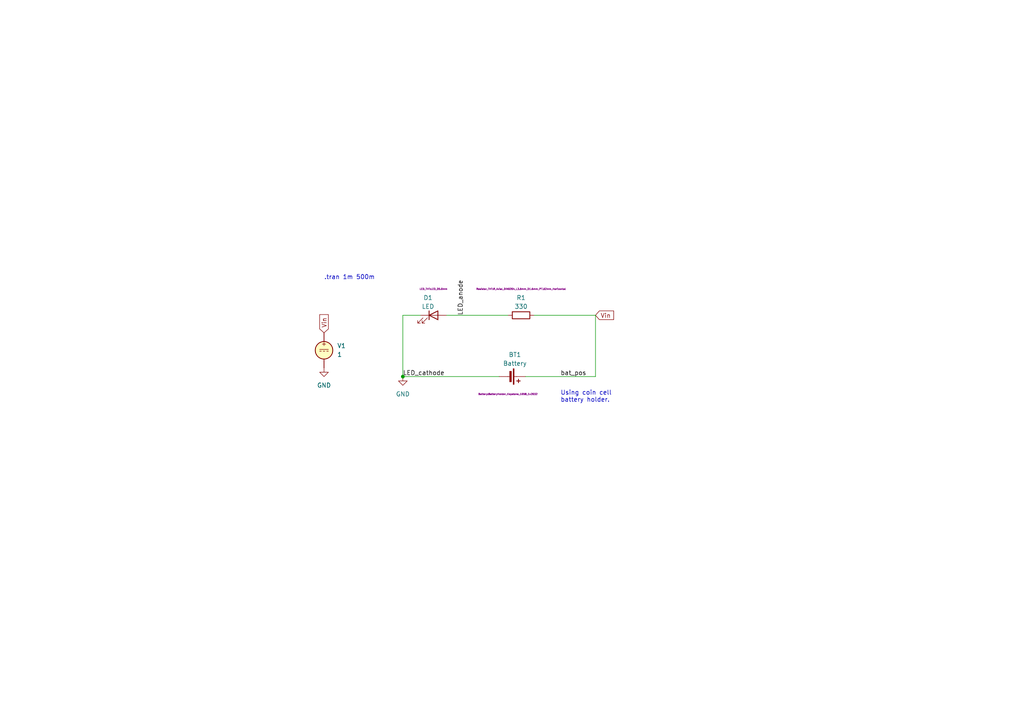
<source format=kicad_sch>
(kicad_sch (version 20230121) (generator eeschema)
  (paper "A4")
  (title_block (title "LED torch") (date "2023-05-09") (rev "0.1") (comment 1 "Project 1 of Kicad Like a Pro 3e") (comment 2 "Filippo Graziani"))
  (lib_symbols
    (symbol "Device:Battery_Cell" (pin_numbers hide) (pin_names (offset 0) hide)
      (property "Reference" "BT" (at 2.54 2.54 0))
      (property "Value" "Battery_Cell" (at 2.54 0 0))
      (symbol "Battery_Cell_0_1"
        (rectangle (start -2.286 1.778) (end 2.286 1.524) (fill (type outline)))
        (rectangle (start -1.524 1.016) (end 1.524 0.508) (fill (type outline)))
        (polyline (pts (xy 0 0.762) (xy 0 0)))
        (polyline (pts (xy 0 1.778) (xy 0 2.54)))
        (polyline (pts (xy 0.762 3.048) (xy 1.778 3.048)) (stroke (width 0.254)))
        (polyline (pts (xy 1.27 3.556) (xy 1.27 2.54)) (stroke (width 0.254)))
      )
      (symbol "Battery_Cell_1_1"
        (pin passive line (at 0 5.08 270) (length 2.54) (name "+") (number "1"))
        (pin passive line (at 0 -2.54 90) (length 2.54) (name "-") (number "2"))
      )
    )
    (symbol "Device:LED" (pin_numbers hide) (pin_names (offset 1.016) hide)
      (property "Reference" "D" (at 0 2.54 0))
      (property "Value" "LED" (at 0 -2.54 0))
      (symbol "LED_0_1"
        (polyline (pts (xy -1.27 -1.27) (xy -1.27 1.27)) (stroke (width 0.254)))
        (polyline (pts (xy -1.27 0) (xy 1.27 0)))
        (polyline (pts (xy 1.27 -1.27) (xy 1.27 1.27) (xy -1.27 0) (xy 1.27 -1.27)) (stroke (width 0.254)))
        (polyline (pts (xy -3.048 -0.762) (xy -4.572 -2.286) (xy -3.81 -2.286) (xy -4.572 -2.286) (xy -4.572 -1.524)))
        (polyline (pts (xy -1.778 -0.762) (xy -3.302 -2.286) (xy -2.54 -2.286) (xy -3.302 -2.286) (xy -3.302 -1.524)))
      )
      (symbol "LED_1_1"
        (pin passive line (at -3.81 0 0) (length 2.54) (name "K") (number "1"))
        (pin passive line (at 3.81 0 180) (length 2.54) (name "A") (number "2"))
      )
    )
    (symbol "Device:R" (pin_numbers hide) (pin_names (offset 0))
      (property "Reference" "R" (at 2.032 0 90))
      (property "Value" "R" (at 0 0 90))
      (symbol "R_0_1"
        (rectangle (start -1.016 -2.54) (end 1.016 2.54) (stroke (width 0.254)))
      )
      (symbol "R_1_1"
        (pin passive line (at 0 3.81 270) (length 1.27) (name "~") (number "1"))
        (pin passive line (at 0 -3.81 90) (length 1.27) (name "~") (number "2"))
      )
    )
    (symbol "Simulation_SPICE:VDC" (pin_numbers hide) (pin_names (offset 0.0254))
      (property "Reference" "V" (at 2.54 2.54 0))
      (property "Value" "1" (at 2.54 0 0))
      (symbol "VDC_0_0"
        (polyline (pts (xy -1.27 0.254) (xy 1.27 0.254)))
        (polyline (pts (xy -0.762 -0.254) (xy -1.27 -0.254)))
        (polyline (pts (xy 0.254 -0.254) (xy -0.254 -0.254)))
        (polyline (pts (xy 1.27 -0.254) (xy 0.762 -0.254)))
        (text "+" (at 0 1.905 0) (effects (font (size 1.27 1.27))))
      )
      (symbol "VDC_0_1"
        (circle (center 0 0) (radius 2.54) (stroke (width 0.254)) (fill (type background)))
      )
      (symbol "VDC_1_1"
        (pin passive line (at 0 5.08 270) (length 2.54) (name "~") (number "1"))
        (pin passive line (at 0 -5.08 90) (length 2.54) (name "~") (number "2"))
      )
    )
    (symbol "power:GND" (power) (pin_names (offset 0))
      (property "Value" "GND" (at 0 -3.81 0))
      (symbol "GND_0_1"
        (polyline (pts (xy 0 0) (xy 0 -1.27) (xy 1.27 -1.27) (xy 0 -2.54) (xy -1.27 -1.27) (xy 0 -1.27)))
      )
      (symbol "GND_1_1"
        (pin power_in line (at 0 0 270) (length 0) hide (name "GND") (number "1"))
      )
    )
  )
  (junction (at 116.84 109.22))
  (wire (pts (xy 129.54 91.44) (xy 147.32 91.44)))
  (wire (pts (xy 152.4 109.22) (xy 172.72 109.22)))
  (wire (pts (xy 172.72 91.44) (xy 172.72 109.22)))
  (wire (pts (xy 116.84 91.44) (xy 116.84 109.22)))
  (wire (pts (xy 116.84 91.44) (xy 121.92 91.44)))
  (wire (pts (xy 154.94 91.44) (xy 172.72 91.44)))
  (wire (pts (xy 144.78 109.22) (xy 116.84 109.22)))
  (text "Using coin cell\nbattery holder." (at 162.56 116.84 0) (effects (font (size 1.27 1.27)) (justify left bottom)))
  (text ".tran 1m 500m" (at 93.98 81.28 0) (effects (font (size 1.27 1.27)) (justify left bottom)))
  (label "LED_anode" (at 134.62 91.44 90))
  (label "LED_cathode" (at 116.84 109.22 0))
  (label "bat_pos" (at 162.56 109.22 0))
  (global_label "Vin" (shape input) (at 172.72 91.44 0) (property "Intersheetrefs" "${INTERSHEET_REFS}" (effects hide)))
  (global_label "Vin" (shape input) (at 93.98 96.52 90) (property "Intersheetrefs" "${INTERSHEET_REFS}" (effects hide)))
  (symbol (lib_id "power:GND") (at 93.98 106.68 0) (unit 1)
    (property "Reference" "#PWR01" (effects hide))
    (property "Value" "GND" (at 93.98 111.76 0))
  )
  (symbol (lib_id "Device:Battery_Cell") (at 147.32 109.22 270) (unit 1)
    (property "Reference" "BT1" (at 149.352 102.87 90))
    (property "Value" "Battery" (at 149.352 105.41 90))
    (property "Footprint" "Battery:BatteryHolder_Keystone_1058_1x2032" (at 147.32 114.3 90) (effects (font (size 0.5 0.5))))
    (property "Sim.Enable" "0" (effects hide))
  )
  (symbol (lib_id "Simulation_SPICE:VDC") (at 93.98 101.6 0) (unit 1)
    (property "Reference" "V1" (at 97.79 100.2942 0) (effects (justify left)))
    (property "Value" "1" (at 97.79 102.8342 0) (effects (justify left)))
    (property "Sim.Pins" "1=+ 2=-" (effects hide))
    (property "Sim.Type" "SIN" (effects hide))
    (property "Sim.Device" "V" (effects hide))
    (property "Sim.Params" "dc=0 ampl=5 f=10" (effects hide))
  )
  (symbol (lib_id "power:GND") (at 116.84 109.22 0) (unit 1)
    (property "Reference" "#PWR02" (effects hide))
    (property "Value" "GND" (at 116.84 114.3 0))
  )
  (symbol (lib_id "Device:LED") (at 125.73 91.44 0) (unit 1)
    (property "Reference" "D1" (at 124.1425 86.36 0))
    (property "Value" "LED" (at 124.1425 88.9 0))
    (property "Footprint" "LED_THT:LED_D5.0mm" (at 125.73 83.82 0) (effects (font (size 0.5 0.5))))
    (property "Sim.Device" "D" (effects hide))
    (property "Sim.Pins" "1=A 2=K" (effects hide))
    (property "Sim.Library" "led2.model" (effects hide))
    (property "Sim.Name" "LED2" (effects hide))
  )
  (symbol (lib_id "Device:R") (at 151.13 91.44 90) (unit 1)
    (property "Reference" "R1" (at 151.13 86.36 90))
    (property "Value" "330" (at 151.13 88.9 90))
    (property "Footprint" "Resistor_THT:R_Axial_DIN0204_L3.6mm_D1.6mm_P7.62mm_Horizontal" (at 151.13 83.82 90) (effects (font (size 0.5 0.5))))
    (property "Sim.Device" "R" (effects hide))
    (property "Sim.Pins" "1=+ 2=-" (effects hide))
  )
)
</source>
